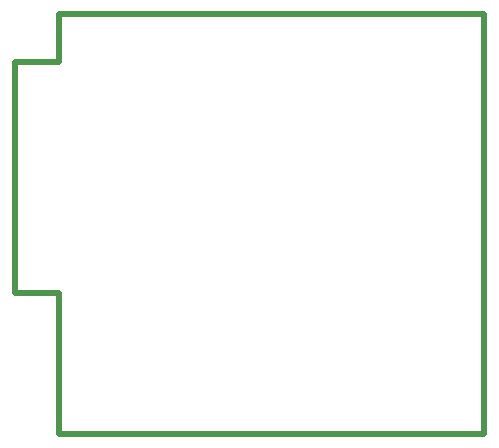
<source format=gbr>
%TF.GenerationSoftware,KiCad,Pcbnew,(5.1.6)-1*%
%TF.CreationDate,2020-12-26T20:27:22+01:00*%
%TF.ProjectId,ScreenBoard,53637265-656e-4426-9f61-72642e6b6963,rev?*%
%TF.SameCoordinates,Original*%
%TF.FileFunction,Profile,NP*%
%FSLAX46Y46*%
G04 Gerber Fmt 4.6, Leading zero omitted, Abs format (unit mm)*
G04 Created by KiCad (PCBNEW (5.1.6)-1) date 2020-12-26 20:27:22*
%MOMM*%
%LPD*%
G01*
G04 APERTURE LIST*
%TA.AperFunction,Profile*%
%ADD10C,0.500000*%
%TD*%
G04 APERTURE END LIST*
D10*
X98750000Y-52500000D02*
X102500000Y-52500000D01*
X98750000Y-72000000D02*
X102500000Y-72000000D01*
X102500000Y-72000000D02*
X102500000Y-84000000D01*
X102500000Y-52500000D02*
X102500000Y-48400000D01*
X102500000Y-84000000D02*
X138500000Y-84000000D01*
X98750000Y-52500000D02*
X98750000Y-72000000D01*
X138500000Y-48400000D02*
X138500000Y-84000000D01*
X102500000Y-48400000D02*
X138500000Y-48400000D01*
M02*

</source>
